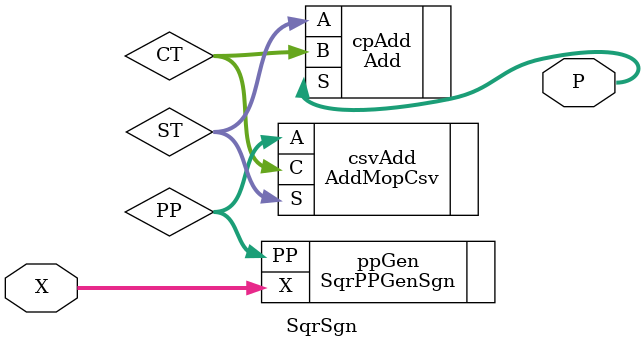
<source format=sv>
module SqrSgn #(
	parameter width = 8,
	parameter int speed = 2  // performance parameter
) (
	input  logic [  width-1:0] X,  // operand
	output logic [2*width-1:0] P   // product
);

	logic [(width/2+1)*2*width-1:0] PP;  // partial products
	logic [2*width-1:0] ST, CT;  // intermediate sum/carry bits

	// Generation of partial products
	SqrPPGenSgn #(width) ppGen (
		.X (X),
		.PP(PP)
	);

	// Carry-save addition of partial products
	AddMopCsv #(2*width, width/2 +1, speed) csvAdd (
		.A(PP),
		.S(ST),
		.C(CT)
	);

	// Final carry-propagate addition
	Add #(2*width, speed) cpAdd (
		.A(ST),
		.B(CT),
		.S(P)
	);

endmodule

</source>
